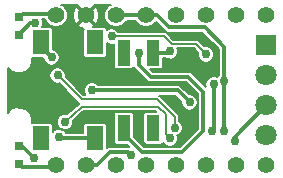
<source format=gbl>
G04 (created by PCBNEW (2013-jul-07)-stable) date Mon 06 Jan 2014 05:23:51 AM EST*
%MOIN*%
G04 Gerber Fmt 3.4, Leading zero omitted, Abs format*
%FSLAX34Y34*%
G01*
G70*
G90*
G04 APERTURE LIST*
%ADD10C,0.00590551*%
%ADD11R,0.0708661X0.0708661*%
%ADD12C,0.0708661*%
%ADD13R,0.0551181X0.0826772*%
%ADD14C,0.055*%
%ADD15R,0.0433071X0.0866142*%
%ADD16R,0.0314X0.0314*%
%ADD17C,0.03*%
%ADD18C,0.006*%
%ADD19C,0.012*%
%ADD20C,0.00787402*%
G04 APERTURE END LIST*
G54D10*
G54D11*
X92500Y-57000D03*
G54D12*
X92500Y-58000D03*
X92500Y-59000D03*
X92500Y-60000D03*
G54D13*
X86800Y-60100D03*
X86800Y-56900D03*
X85000Y-60100D03*
X85000Y-56900D03*
G54D14*
X85500Y-61000D03*
X86500Y-61000D03*
X87500Y-61000D03*
X88500Y-61000D03*
X89500Y-61000D03*
X90500Y-61000D03*
X91500Y-61000D03*
X92500Y-61000D03*
X92500Y-56000D03*
X91500Y-56000D03*
X90500Y-56000D03*
X89500Y-56000D03*
X88500Y-56000D03*
X87500Y-56000D03*
X86500Y-56000D03*
X85500Y-56000D03*
G54D15*
X88742Y-57240D03*
X88742Y-59759D03*
X87757Y-59759D03*
X87757Y-57240D03*
G54D16*
X84250Y-56645D03*
X84250Y-56055D03*
X84250Y-60355D03*
X84250Y-60945D03*
G54D17*
X87350Y-56700D03*
X90500Y-57300D03*
X90750Y-58300D03*
X90700Y-59850D03*
X85600Y-57000D03*
X86750Y-59450D03*
X89200Y-57550D03*
X91100Y-58200D03*
X91100Y-59850D03*
X89950Y-58900D03*
X86700Y-58500D03*
X91450Y-60200D03*
X89300Y-57200D03*
X88250Y-57250D03*
X88000Y-60650D03*
X85550Y-58000D03*
X89450Y-59750D03*
X85800Y-59550D03*
X89300Y-60100D03*
X85350Y-57400D03*
X85600Y-60050D03*
X84750Y-60750D03*
X84800Y-56250D03*
G54D18*
X89350Y-56950D02*
X90150Y-56950D01*
X87350Y-56700D02*
X89100Y-56700D01*
X89100Y-56700D02*
X89350Y-56950D01*
X90150Y-56950D02*
X90500Y-57300D01*
G54D19*
X90750Y-59800D02*
X90750Y-58300D01*
X90750Y-59800D02*
X90700Y-59850D01*
X88500Y-56000D02*
X88850Y-56000D01*
X91100Y-57050D02*
X91100Y-58200D01*
X91100Y-57050D02*
X90450Y-56400D01*
X90450Y-56400D02*
X89250Y-56400D01*
X88850Y-56000D02*
X89250Y-56400D01*
X91100Y-58200D02*
X91100Y-59850D01*
X88500Y-56000D02*
X87500Y-56000D01*
X86700Y-58500D02*
X89550Y-58500D01*
X89550Y-58500D02*
X89950Y-58900D01*
X92500Y-59000D02*
X91450Y-60050D01*
X91450Y-60050D02*
X91450Y-60200D01*
X88742Y-57240D02*
X89259Y-57240D01*
X89259Y-57240D02*
X89300Y-57200D01*
X88250Y-57250D02*
X88250Y-57650D01*
X87757Y-59957D02*
X87757Y-59759D01*
X88350Y-60550D02*
X87757Y-59957D01*
X89700Y-60550D02*
X88350Y-60550D01*
X90400Y-59850D02*
X89700Y-60550D01*
X90400Y-58550D02*
X90400Y-59850D01*
X89900Y-58050D02*
X90400Y-58550D01*
X88650Y-58050D02*
X89900Y-58050D01*
X88250Y-57650D02*
X88650Y-58050D01*
X86850Y-61000D02*
X86500Y-61000D01*
X87300Y-60550D02*
X86850Y-61000D01*
X87900Y-60550D02*
X87300Y-60550D01*
X88000Y-60650D02*
X87900Y-60550D01*
G54D18*
X89450Y-59400D02*
X89450Y-59750D01*
X89450Y-59400D02*
X88850Y-58800D01*
X88850Y-58800D02*
X86350Y-58800D01*
X86350Y-58800D02*
X85550Y-58000D01*
X89300Y-60100D02*
X89150Y-59950D01*
X86350Y-59050D02*
X85800Y-59550D01*
X88900Y-59050D02*
X86350Y-59050D01*
X89150Y-59300D02*
X88900Y-59050D01*
X89150Y-59950D02*
X89150Y-59300D01*
G54D19*
X85000Y-57050D02*
X85000Y-56900D01*
X85350Y-57400D02*
X85000Y-57050D01*
X84250Y-60945D02*
X84355Y-61050D01*
X85450Y-61050D02*
X85500Y-61000D01*
X84355Y-61050D02*
X85450Y-61050D01*
X85400Y-55900D02*
X85500Y-56000D01*
X84405Y-55950D02*
X85400Y-55950D01*
X85600Y-60050D02*
X85650Y-60100D01*
X85650Y-60100D02*
X86800Y-60100D01*
X84250Y-60355D02*
X84355Y-60355D01*
X84355Y-60355D02*
X84750Y-60750D01*
X84750Y-60750D02*
X84750Y-60737D01*
X84250Y-56645D02*
X84645Y-56250D01*
X84645Y-56250D02*
X84800Y-56250D01*
X84800Y-56250D02*
X84763Y-56250D01*
G54D10*
G36*
X90921Y-57998D02*
X90872Y-58047D01*
X90868Y-58058D01*
X90803Y-58031D01*
X90696Y-58031D01*
X90598Y-58072D01*
X90522Y-58147D01*
X90481Y-58246D01*
X90481Y-58353D01*
X90500Y-58398D01*
X90025Y-57924D01*
X89968Y-57885D01*
X89900Y-57871D01*
X88723Y-57871D01*
X88643Y-57791D01*
X88982Y-57791D01*
X89025Y-57773D01*
X89058Y-57740D01*
X89076Y-57696D01*
X89076Y-57649D01*
X89076Y-57418D01*
X89139Y-57418D01*
X89147Y-57427D01*
X89246Y-57468D01*
X89353Y-57468D01*
X89451Y-57427D01*
X89527Y-57352D01*
X89568Y-57253D01*
X89568Y-57146D01*
X89547Y-57098D01*
X90088Y-57098D01*
X90233Y-57242D01*
X90231Y-57246D01*
X90231Y-57353D01*
X90272Y-57451D01*
X90347Y-57527D01*
X90446Y-57568D01*
X90553Y-57568D01*
X90651Y-57527D01*
X90727Y-57452D01*
X90768Y-57353D01*
X90768Y-57246D01*
X90727Y-57148D01*
X90652Y-57072D01*
X90553Y-57031D01*
X90446Y-57031D01*
X90442Y-57033D01*
X90254Y-56845D01*
X90206Y-56813D01*
X90197Y-56811D01*
X90150Y-56801D01*
X90149Y-56801D01*
X89411Y-56801D01*
X89204Y-56595D01*
X89156Y-56563D01*
X89147Y-56561D01*
X89100Y-56551D01*
X89099Y-56551D01*
X87578Y-56551D01*
X87577Y-56548D01*
X87502Y-56472D01*
X87403Y-56431D01*
X87296Y-56431D01*
X87198Y-56472D01*
X87193Y-56477D01*
X87193Y-56463D01*
X87175Y-56419D01*
X87142Y-56386D01*
X87099Y-56368D01*
X87052Y-56368D01*
X86937Y-56368D01*
X86937Y-56082D01*
X86935Y-55909D01*
X86872Y-55756D01*
X86801Y-55729D01*
X86530Y-56000D01*
X86801Y-56270D01*
X86872Y-56243D01*
X86937Y-56082D01*
X86937Y-56368D01*
X86745Y-56368D01*
X86770Y-56301D01*
X86500Y-56030D01*
X86469Y-56061D01*
X86469Y-56000D01*
X86198Y-55729D01*
X86127Y-55756D01*
X86062Y-55917D01*
X86064Y-56090D01*
X86127Y-56243D01*
X86198Y-56270D01*
X86469Y-56000D01*
X86469Y-56061D01*
X86229Y-56301D01*
X86256Y-56372D01*
X86417Y-56437D01*
X86406Y-56463D01*
X86406Y-56510D01*
X86406Y-57336D01*
X86424Y-57380D01*
X86457Y-57413D01*
X86500Y-57431D01*
X86547Y-57431D01*
X87098Y-57431D01*
X87142Y-57413D01*
X87175Y-57380D01*
X87193Y-57336D01*
X87193Y-57289D01*
X87193Y-56922D01*
X87197Y-56927D01*
X87296Y-56968D01*
X87403Y-56968D01*
X87423Y-56959D01*
X87423Y-57696D01*
X87441Y-57740D01*
X87474Y-57773D01*
X87517Y-57791D01*
X87564Y-57791D01*
X87997Y-57791D01*
X88041Y-57773D01*
X88074Y-57740D01*
X88084Y-57715D01*
X88085Y-57718D01*
X88124Y-57775D01*
X88524Y-58175D01*
X88524Y-58175D01*
X88581Y-58214D01*
X88581Y-58214D01*
X88649Y-58228D01*
X88650Y-58228D01*
X89826Y-58228D01*
X90221Y-58623D01*
X90221Y-59776D01*
X90218Y-59779D01*
X90218Y-58846D01*
X90177Y-58748D01*
X90102Y-58672D01*
X90003Y-58631D01*
X89933Y-58631D01*
X89675Y-58374D01*
X89618Y-58335D01*
X89550Y-58321D01*
X86901Y-58321D01*
X86852Y-58272D01*
X86753Y-58231D01*
X86646Y-58231D01*
X86548Y-58272D01*
X86472Y-58347D01*
X86431Y-58446D01*
X86431Y-58553D01*
X86472Y-58651D01*
X86472Y-58651D01*
X86411Y-58651D01*
X85816Y-58057D01*
X85818Y-58053D01*
X85818Y-57946D01*
X85777Y-57848D01*
X85702Y-57772D01*
X85603Y-57731D01*
X85496Y-57731D01*
X85398Y-57772D01*
X85322Y-57847D01*
X85281Y-57946D01*
X85281Y-58053D01*
X85322Y-58151D01*
X85397Y-58227D01*
X85496Y-58268D01*
X85603Y-58268D01*
X85607Y-58266D01*
X86245Y-58904D01*
X86245Y-58904D01*
X86275Y-58924D01*
X86250Y-58940D01*
X85867Y-59287D01*
X85853Y-59281D01*
X85746Y-59281D01*
X85648Y-59322D01*
X85572Y-59397D01*
X85531Y-59496D01*
X85531Y-59603D01*
X85572Y-59701D01*
X85647Y-59777D01*
X85746Y-59818D01*
X85853Y-59818D01*
X85951Y-59777D01*
X86027Y-59702D01*
X86068Y-59603D01*
X86068Y-59506D01*
X86406Y-59198D01*
X88838Y-59198D01*
X88849Y-59208D01*
X88502Y-59208D01*
X88458Y-59226D01*
X88425Y-59259D01*
X88407Y-59303D01*
X88407Y-59350D01*
X88407Y-60216D01*
X88425Y-60259D01*
X88458Y-60292D01*
X88501Y-60311D01*
X88548Y-60311D01*
X88982Y-60311D01*
X89025Y-60293D01*
X89058Y-60259D01*
X89067Y-60239D01*
X89072Y-60251D01*
X89147Y-60327D01*
X89246Y-60368D01*
X89353Y-60368D01*
X89451Y-60327D01*
X89527Y-60252D01*
X89568Y-60153D01*
X89568Y-60046D01*
X89548Y-59999D01*
X89601Y-59977D01*
X89677Y-59902D01*
X89718Y-59803D01*
X89718Y-59696D01*
X89677Y-59598D01*
X89602Y-59522D01*
X89598Y-59521D01*
X89598Y-59400D01*
X89586Y-59343D01*
X89586Y-59343D01*
X89554Y-59295D01*
X89554Y-59295D01*
X88954Y-58695D01*
X88929Y-58678D01*
X89476Y-58678D01*
X89681Y-58883D01*
X89681Y-58953D01*
X89722Y-59051D01*
X89797Y-59127D01*
X89896Y-59168D01*
X90003Y-59168D01*
X90101Y-59127D01*
X90177Y-59052D01*
X90218Y-58953D01*
X90218Y-58846D01*
X90218Y-59779D01*
X89626Y-60371D01*
X88423Y-60371D01*
X88092Y-60040D01*
X88092Y-59303D01*
X88074Y-59259D01*
X88041Y-59226D01*
X87998Y-59208D01*
X87951Y-59208D01*
X87517Y-59208D01*
X87474Y-59226D01*
X87441Y-59259D01*
X87423Y-59303D01*
X87423Y-59350D01*
X87423Y-60216D01*
X87441Y-60259D01*
X87474Y-60292D01*
X87517Y-60311D01*
X87564Y-60311D01*
X87859Y-60311D01*
X87924Y-60376D01*
X87900Y-60371D01*
X87300Y-60371D01*
X87231Y-60385D01*
X87193Y-60410D01*
X87193Y-59663D01*
X87175Y-59619D01*
X87142Y-59586D01*
X87099Y-59568D01*
X87052Y-59568D01*
X86501Y-59568D01*
X86457Y-59586D01*
X86424Y-59619D01*
X86406Y-59663D01*
X86406Y-59710D01*
X86406Y-59921D01*
X85837Y-59921D01*
X85827Y-59898D01*
X85752Y-59822D01*
X85653Y-59781D01*
X85546Y-59781D01*
X85448Y-59822D01*
X85393Y-59877D01*
X85393Y-59663D01*
X85375Y-59619D01*
X85342Y-59586D01*
X85299Y-59568D01*
X85252Y-59568D01*
X84701Y-59568D01*
X84686Y-59574D01*
X84687Y-59414D01*
X84621Y-59255D01*
X84499Y-59133D01*
X84340Y-59067D01*
X84168Y-59066D01*
X84008Y-59132D01*
X83897Y-59243D01*
X83897Y-57756D01*
X84008Y-57866D01*
X84167Y-57932D01*
X84339Y-57933D01*
X84498Y-57867D01*
X84620Y-57745D01*
X84686Y-57586D01*
X84687Y-57425D01*
X84700Y-57431D01*
X84747Y-57431D01*
X85081Y-57431D01*
X85081Y-57453D01*
X85122Y-57551D01*
X85197Y-57627D01*
X85296Y-57668D01*
X85403Y-57668D01*
X85501Y-57627D01*
X85577Y-57552D01*
X85618Y-57453D01*
X85618Y-57346D01*
X85577Y-57248D01*
X85502Y-57172D01*
X85403Y-57131D01*
X85393Y-57131D01*
X85393Y-56463D01*
X85375Y-56419D01*
X85342Y-56386D01*
X85299Y-56368D01*
X85252Y-56368D01*
X85041Y-56368D01*
X85068Y-56303D01*
X85068Y-56196D01*
X85039Y-56128D01*
X85127Y-56128D01*
X85166Y-56222D01*
X85277Y-56333D01*
X85421Y-56393D01*
X85577Y-56393D01*
X85722Y-56333D01*
X85833Y-56222D01*
X85893Y-56078D01*
X85893Y-55922D01*
X85833Y-55777D01*
X85722Y-55666D01*
X85676Y-55647D01*
X86248Y-55647D01*
X86229Y-55698D01*
X86500Y-55969D01*
X86770Y-55698D01*
X86751Y-55647D01*
X87323Y-55647D01*
X87277Y-55666D01*
X87166Y-55777D01*
X87106Y-55921D01*
X87106Y-56077D01*
X87166Y-56222D01*
X87277Y-56333D01*
X87421Y-56393D01*
X87577Y-56393D01*
X87722Y-56333D01*
X87833Y-56222D01*
X87851Y-56178D01*
X88148Y-56178D01*
X88166Y-56222D01*
X88277Y-56333D01*
X88421Y-56393D01*
X88577Y-56393D01*
X88722Y-56333D01*
X88827Y-56228D01*
X89124Y-56525D01*
X89124Y-56525D01*
X89181Y-56564D01*
X89181Y-56564D01*
X89249Y-56578D01*
X89250Y-56578D01*
X90376Y-56578D01*
X90921Y-57123D01*
X90921Y-57998D01*
X90921Y-57998D01*
G37*
G54D20*
X90921Y-57998D02*
X90872Y-58047D01*
X90868Y-58058D01*
X90803Y-58031D01*
X90696Y-58031D01*
X90598Y-58072D01*
X90522Y-58147D01*
X90481Y-58246D01*
X90481Y-58353D01*
X90500Y-58398D01*
X90025Y-57924D01*
X89968Y-57885D01*
X89900Y-57871D01*
X88723Y-57871D01*
X88643Y-57791D01*
X88982Y-57791D01*
X89025Y-57773D01*
X89058Y-57740D01*
X89076Y-57696D01*
X89076Y-57649D01*
X89076Y-57418D01*
X89139Y-57418D01*
X89147Y-57427D01*
X89246Y-57468D01*
X89353Y-57468D01*
X89451Y-57427D01*
X89527Y-57352D01*
X89568Y-57253D01*
X89568Y-57146D01*
X89547Y-57098D01*
X90088Y-57098D01*
X90233Y-57242D01*
X90231Y-57246D01*
X90231Y-57353D01*
X90272Y-57451D01*
X90347Y-57527D01*
X90446Y-57568D01*
X90553Y-57568D01*
X90651Y-57527D01*
X90727Y-57452D01*
X90768Y-57353D01*
X90768Y-57246D01*
X90727Y-57148D01*
X90652Y-57072D01*
X90553Y-57031D01*
X90446Y-57031D01*
X90442Y-57033D01*
X90254Y-56845D01*
X90206Y-56813D01*
X90197Y-56811D01*
X90150Y-56801D01*
X90149Y-56801D01*
X89411Y-56801D01*
X89204Y-56595D01*
X89156Y-56563D01*
X89147Y-56561D01*
X89100Y-56551D01*
X89099Y-56551D01*
X87578Y-56551D01*
X87577Y-56548D01*
X87502Y-56472D01*
X87403Y-56431D01*
X87296Y-56431D01*
X87198Y-56472D01*
X87193Y-56477D01*
X87193Y-56463D01*
X87175Y-56419D01*
X87142Y-56386D01*
X87099Y-56368D01*
X87052Y-56368D01*
X86937Y-56368D01*
X86937Y-56082D01*
X86935Y-55909D01*
X86872Y-55756D01*
X86801Y-55729D01*
X86530Y-56000D01*
X86801Y-56270D01*
X86872Y-56243D01*
X86937Y-56082D01*
X86937Y-56368D01*
X86745Y-56368D01*
X86770Y-56301D01*
X86500Y-56030D01*
X86469Y-56061D01*
X86469Y-56000D01*
X86198Y-55729D01*
X86127Y-55756D01*
X86062Y-55917D01*
X86064Y-56090D01*
X86127Y-56243D01*
X86198Y-56270D01*
X86469Y-56000D01*
X86469Y-56061D01*
X86229Y-56301D01*
X86256Y-56372D01*
X86417Y-56437D01*
X86406Y-56463D01*
X86406Y-56510D01*
X86406Y-57336D01*
X86424Y-57380D01*
X86457Y-57413D01*
X86500Y-57431D01*
X86547Y-57431D01*
X87098Y-57431D01*
X87142Y-57413D01*
X87175Y-57380D01*
X87193Y-57336D01*
X87193Y-57289D01*
X87193Y-56922D01*
X87197Y-56927D01*
X87296Y-56968D01*
X87403Y-56968D01*
X87423Y-56959D01*
X87423Y-57696D01*
X87441Y-57740D01*
X87474Y-57773D01*
X87517Y-57791D01*
X87564Y-57791D01*
X87997Y-57791D01*
X88041Y-57773D01*
X88074Y-57740D01*
X88084Y-57715D01*
X88085Y-57718D01*
X88124Y-57775D01*
X88524Y-58175D01*
X88524Y-58175D01*
X88581Y-58214D01*
X88581Y-58214D01*
X88649Y-58228D01*
X88650Y-58228D01*
X89826Y-58228D01*
X90221Y-58623D01*
X90221Y-59776D01*
X90218Y-59779D01*
X90218Y-58846D01*
X90177Y-58748D01*
X90102Y-58672D01*
X90003Y-58631D01*
X89933Y-58631D01*
X89675Y-58374D01*
X89618Y-58335D01*
X89550Y-58321D01*
X86901Y-58321D01*
X86852Y-58272D01*
X86753Y-58231D01*
X86646Y-58231D01*
X86548Y-58272D01*
X86472Y-58347D01*
X86431Y-58446D01*
X86431Y-58553D01*
X86472Y-58651D01*
X86472Y-58651D01*
X86411Y-58651D01*
X85816Y-58057D01*
X85818Y-58053D01*
X85818Y-57946D01*
X85777Y-57848D01*
X85702Y-57772D01*
X85603Y-57731D01*
X85496Y-57731D01*
X85398Y-57772D01*
X85322Y-57847D01*
X85281Y-57946D01*
X85281Y-58053D01*
X85322Y-58151D01*
X85397Y-58227D01*
X85496Y-58268D01*
X85603Y-58268D01*
X85607Y-58266D01*
X86245Y-58904D01*
X86245Y-58904D01*
X86275Y-58924D01*
X86250Y-58940D01*
X85867Y-59287D01*
X85853Y-59281D01*
X85746Y-59281D01*
X85648Y-59322D01*
X85572Y-59397D01*
X85531Y-59496D01*
X85531Y-59603D01*
X85572Y-59701D01*
X85647Y-59777D01*
X85746Y-59818D01*
X85853Y-59818D01*
X85951Y-59777D01*
X86027Y-59702D01*
X86068Y-59603D01*
X86068Y-59506D01*
X86406Y-59198D01*
X88838Y-59198D01*
X88849Y-59208D01*
X88502Y-59208D01*
X88458Y-59226D01*
X88425Y-59259D01*
X88407Y-59303D01*
X88407Y-59350D01*
X88407Y-60216D01*
X88425Y-60259D01*
X88458Y-60292D01*
X88501Y-60311D01*
X88548Y-60311D01*
X88982Y-60311D01*
X89025Y-60293D01*
X89058Y-60259D01*
X89067Y-60239D01*
X89072Y-60251D01*
X89147Y-60327D01*
X89246Y-60368D01*
X89353Y-60368D01*
X89451Y-60327D01*
X89527Y-60252D01*
X89568Y-60153D01*
X89568Y-60046D01*
X89548Y-59999D01*
X89601Y-59977D01*
X89677Y-59902D01*
X89718Y-59803D01*
X89718Y-59696D01*
X89677Y-59598D01*
X89602Y-59522D01*
X89598Y-59521D01*
X89598Y-59400D01*
X89586Y-59343D01*
X89586Y-59343D01*
X89554Y-59295D01*
X89554Y-59295D01*
X88954Y-58695D01*
X88929Y-58678D01*
X89476Y-58678D01*
X89681Y-58883D01*
X89681Y-58953D01*
X89722Y-59051D01*
X89797Y-59127D01*
X89896Y-59168D01*
X90003Y-59168D01*
X90101Y-59127D01*
X90177Y-59052D01*
X90218Y-58953D01*
X90218Y-58846D01*
X90218Y-59779D01*
X89626Y-60371D01*
X88423Y-60371D01*
X88092Y-60040D01*
X88092Y-59303D01*
X88074Y-59259D01*
X88041Y-59226D01*
X87998Y-59208D01*
X87951Y-59208D01*
X87517Y-59208D01*
X87474Y-59226D01*
X87441Y-59259D01*
X87423Y-59303D01*
X87423Y-59350D01*
X87423Y-60216D01*
X87441Y-60259D01*
X87474Y-60292D01*
X87517Y-60311D01*
X87564Y-60311D01*
X87859Y-60311D01*
X87924Y-60376D01*
X87900Y-60371D01*
X87300Y-60371D01*
X87231Y-60385D01*
X87193Y-60410D01*
X87193Y-59663D01*
X87175Y-59619D01*
X87142Y-59586D01*
X87099Y-59568D01*
X87052Y-59568D01*
X86501Y-59568D01*
X86457Y-59586D01*
X86424Y-59619D01*
X86406Y-59663D01*
X86406Y-59710D01*
X86406Y-59921D01*
X85837Y-59921D01*
X85827Y-59898D01*
X85752Y-59822D01*
X85653Y-59781D01*
X85546Y-59781D01*
X85448Y-59822D01*
X85393Y-59877D01*
X85393Y-59663D01*
X85375Y-59619D01*
X85342Y-59586D01*
X85299Y-59568D01*
X85252Y-59568D01*
X84701Y-59568D01*
X84686Y-59574D01*
X84687Y-59414D01*
X84621Y-59255D01*
X84499Y-59133D01*
X84340Y-59067D01*
X84168Y-59066D01*
X84008Y-59132D01*
X83897Y-59243D01*
X83897Y-57756D01*
X84008Y-57866D01*
X84167Y-57932D01*
X84339Y-57933D01*
X84498Y-57867D01*
X84620Y-57745D01*
X84686Y-57586D01*
X84687Y-57425D01*
X84700Y-57431D01*
X84747Y-57431D01*
X85081Y-57431D01*
X85081Y-57453D01*
X85122Y-57551D01*
X85197Y-57627D01*
X85296Y-57668D01*
X85403Y-57668D01*
X85501Y-57627D01*
X85577Y-57552D01*
X85618Y-57453D01*
X85618Y-57346D01*
X85577Y-57248D01*
X85502Y-57172D01*
X85403Y-57131D01*
X85393Y-57131D01*
X85393Y-56463D01*
X85375Y-56419D01*
X85342Y-56386D01*
X85299Y-56368D01*
X85252Y-56368D01*
X85041Y-56368D01*
X85068Y-56303D01*
X85068Y-56196D01*
X85039Y-56128D01*
X85127Y-56128D01*
X85166Y-56222D01*
X85277Y-56333D01*
X85421Y-56393D01*
X85577Y-56393D01*
X85722Y-56333D01*
X85833Y-56222D01*
X85893Y-56078D01*
X85893Y-55922D01*
X85833Y-55777D01*
X85722Y-55666D01*
X85676Y-55647D01*
X86248Y-55647D01*
X86229Y-55698D01*
X86500Y-55969D01*
X86770Y-55698D01*
X86751Y-55647D01*
X87323Y-55647D01*
X87277Y-55666D01*
X87166Y-55777D01*
X87106Y-55921D01*
X87106Y-56077D01*
X87166Y-56222D01*
X87277Y-56333D01*
X87421Y-56393D01*
X87577Y-56393D01*
X87722Y-56333D01*
X87833Y-56222D01*
X87851Y-56178D01*
X88148Y-56178D01*
X88166Y-56222D01*
X88277Y-56333D01*
X88421Y-56393D01*
X88577Y-56393D01*
X88722Y-56333D01*
X88827Y-56228D01*
X89124Y-56525D01*
X89124Y-56525D01*
X89181Y-56564D01*
X89181Y-56564D01*
X89249Y-56578D01*
X89250Y-56578D01*
X90376Y-56578D01*
X90921Y-57123D01*
X90921Y-57998D01*
M02*

</source>
